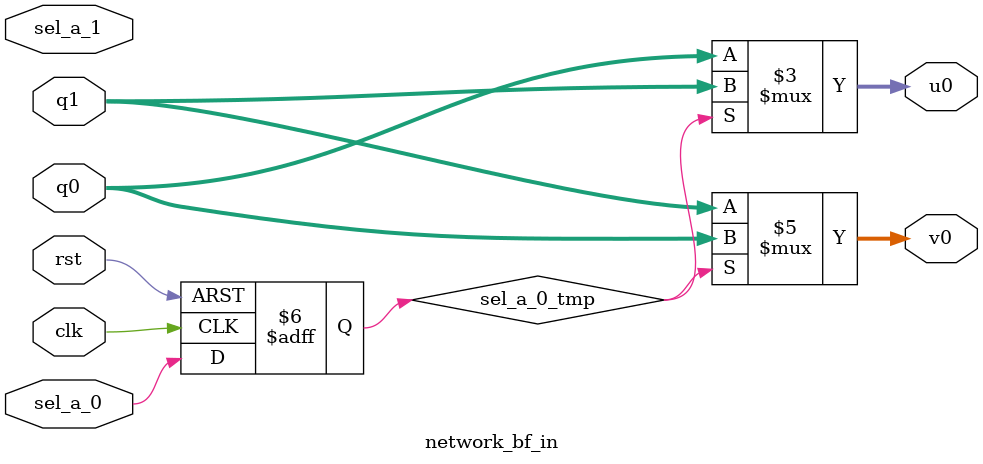
<source format=v>
module network_bf_in #(parameter data_width = 14)(
    input clk,rst,
    input sel_a_0,sel_a_1,
    input [data_width-1:0] q0,q1,
    output [data_width-1:0] u0,v0
    );
   
   reg sel_a_0_tmp;
   always@(posedge clk or posedge rst)
   begin
     if(rst)
       sel_a_0_tmp <= 0;
     else
       sel_a_0_tmp <= sel_a_0; 
   end
   
   assign u0 = sel_a_0_tmp == 0 ? q0 : q1;
   assign v0 = sel_a_0_tmp == 1 ? q0 : q1;

endmodule
</source>
